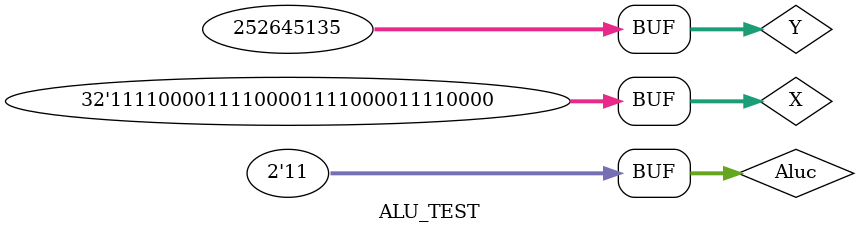
<source format=v>
`timescale 1ns / 1ps


module ALU(X,Y,Aluc,R,Z,V);
    input [31:0] X,Y;
    input [1:0] Aluc;
    output [31:0] R;
    output Z,V;
    wire  [31:0] d_as, d_and, d_or, d_and_or;
    ADDSUB_32 as32(X, Y, Aluc[0], d_as);
    assign d_and = X&Y;
    assign d_or = X|Y;
    MUX2X32 select1(d_and, d_or, Aluc[0], d_and_or);
    MUX2X32 select2(d_as, d_and_or, Aluc[1], R);
    assign Z = ~|R;
    assign V = (~Aluc[1]&~Aluc[0]&~X[31]&~Y[31]&R[31])|(~Aluc[0]&~Aluc[1]&X[31]&Y[31]&~R[31])|(~Aluc[1]&Aluc[0]&~X[31]&Y[31]&R[31])|(~Aluc[1]&Aluc[0]&X[31]&~Y[31]&~R[31]);
endmodule

module ALU_TEST;
    reg [31:0]X,Y;
    reg [1:0]Aluc;
    wire[31:0] R;
    wire Z,V;
    ALU ALU_test(.X(X),.Y(Y),.Aluc(Aluc),.R(R),.Z(Z),.V(V));
        initial begin;
            X = 'b11110000111100001111000011110000;
            Y = 'b00001111000011110000111100001111;
            Aluc = 'b00;
            
            #20;
            
            Aluc = 'b01;
            
            #20;
            
            Aluc = 'b10;
            
            #20;
            Aluc = 'b11;
       end
endmodule
</source>
